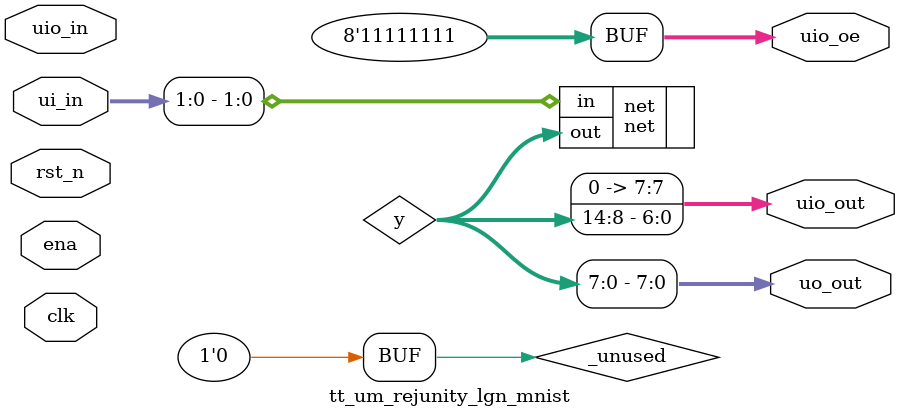
<source format=v>
/*
 * Copyright (c) 2024 Your Name
 * SPDX-License-Identifier: Apache-2.0
 */

`default_nettype none

module tt_um_rejunity_lgn_mnist (
    input  wire [7:0] ui_in,    // Dedicated inputs
    output wire [7:0] uo_out,   // Dedicated outputs
    input  wire [7:0] uio_in,   // IOs: Input path
    output wire [7:0] uio_out,  // IOs: Output path
    output wire [7:0] uio_oe,   // IOs: Enable path (active high: 0=input, 1=output)
    input  wire       ena,      // always 1 when the design is powered, so you can ignore it
    input  wire       clk,      // clock
    input  wire       rst_n     // reset_n - low to reset
);

  assign uio_oe  = 8'b1111_1111; // BIDIR in output mode

  // List all unused inputs to prevent warnings
  wire _unused = &{ena, clk, rst_n, 1'b0};

  wire [14:0] y;
  net net(.in(ui_in[1:0]), .out(y));
  assign uo_out[7:0] =         y[ 7:0];
  assign uio_out[7:0] = {1'b0, y[14:8]};


  /////////////////////////////////////////////////
  // localparam N = 15;
  // localparam CLASSES = 3;
  // wire [CLASSES*N-1:0] y;
  // reg [15:0] sum = 0;
  // genvar i, c;
  // generate
  //   for (c = 0; c < CLASSES; c = c+1) begin
  //     for (i = 0; i < N; i = i+1) begin
  //       always @*
  //         sum = sum + y[c * N + i];
  //     end
  //   end
  // endgenerate

  // reg [15:0] sum [CLASSES-1:0];
  // genvar i, c;
  // generate
  //   for (c = 0; c < CLASSES; c = c+1) begin
  //     for (i = 0; i < N; i = i+1) begin
  //       always @*
  //         sum[c] = sum[c] + y[c * N + i];
  //     end
  //   end
  // endgenerate

  // wire [3:0] clazz = uio_in[3:0];
  // wire [15:0] out = sum[clazz];
  // assign uo_out[7:0] = out[7:0];

endmodule

</source>
